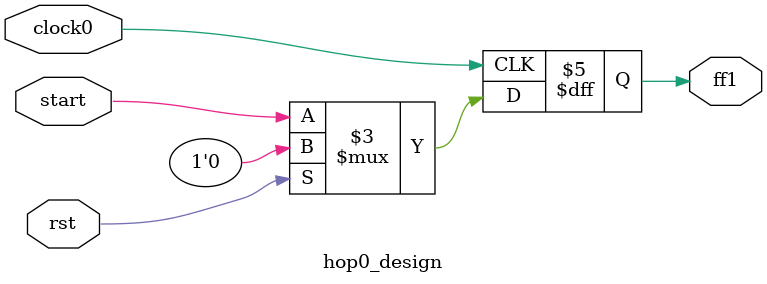
<source format=v>
module hop0_design(

   		input 	clock0,
		input 	rst,
		input 	start,
   		output 	ff1
		
		);

   	reg ff1;


  	always @( posedge clock0)
   	begin
   		if( rst )
       			ff1 <= 0;
		else
			ff1<= start;
	end

endmodule

</source>
